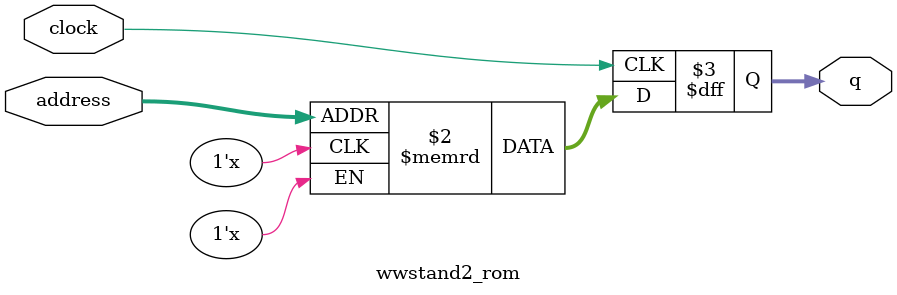
<source format=sv>
module wwstand2_rom (
	input logic clock,
	input logic [11:0] address,
	output logic [3:0] q
);

logic [3:0] memory [0:4095] /* synthesis ram_init_file = "./wwstand2/wwstand2.mif" */;

always_ff @ (posedge clock) begin
	q <= memory[address];
end

endmodule

</source>
